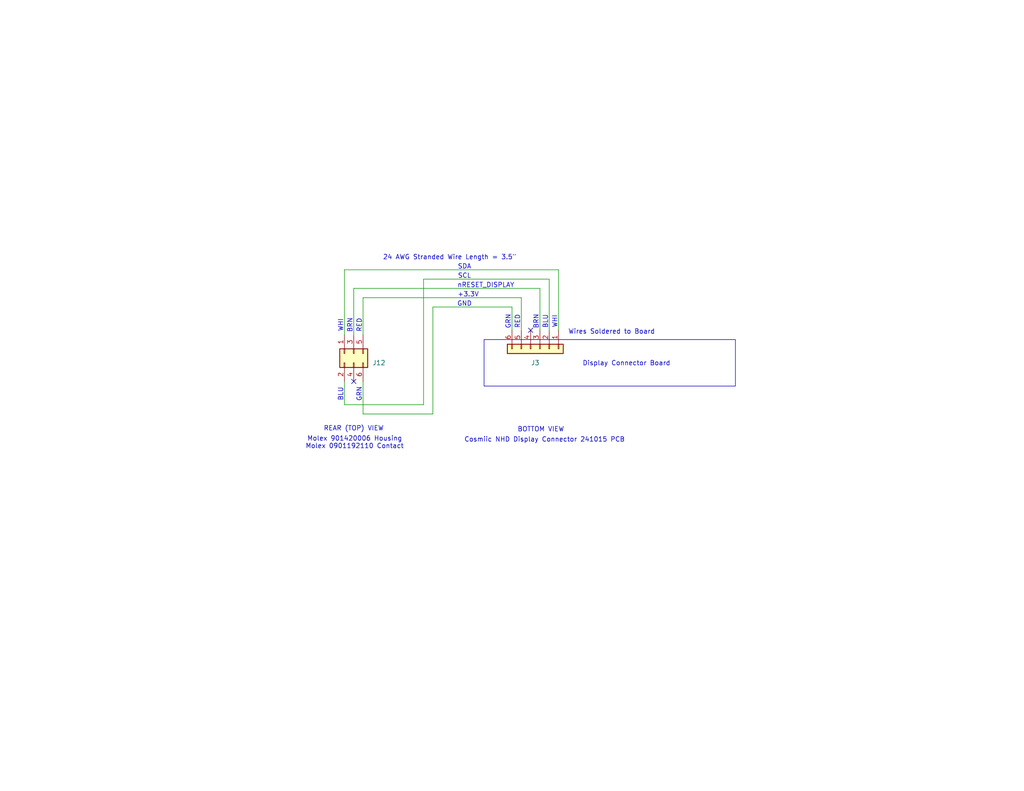
<source format=kicad_sch>
(kicad_sch (version 20231120) (generator "eeschema") (generator_version "8.0")
  (paper "A")
  (title_block (title "Smart Charger - Display Cable") (date "2025-01-15") (rev "A") (company "Cosmiic"))
  (lib_symbols
    (symbol "Connector_Generic:Conn_01x06" (pin_names (offset 1.016) hide)
      (property "Reference" "J" (at 0 7.62 0))
      (property "Value" "Conn_01x06" (at 0 -10.16 0))
      (symbol "Conn_01x06_1_1"
        (rectangle (start -1.27 -7.493) (end 0 -7.747) (stroke (width 0.1524)))
        (rectangle (start -1.27 -4.953) (end 0 -5.207) (stroke (width 0.1524)))
        (rectangle (start -1.27 -2.413) (end 0 -2.667) (stroke (width 0.1524)))
        (rectangle (start -1.27 0.127) (end 0 -0.127) (stroke (width 0.1524)))
        (rectangle (start -1.27 2.667) (end 0 2.413) (stroke (width 0.1524)))
        (rectangle (start -1.27 5.207) (end 0 4.953) (stroke (width 0.1524)))
        (rectangle (start -1.27 6.35) (end 1.27 -8.89) (stroke (width 0.254)) (fill (type background)))
        (pin passive line (at -5.08 5.08 0) (length 3.81) (name "Pin_1") (number "1"))
        (pin passive line (at -5.08 2.54 0) (length 3.81) (name "Pin_2") (number "2"))
        (pin passive line (at -5.08 0 0) (length 3.81) (name "Pin_3") (number "3"))
        (pin passive line (at -5.08 -2.54 0) (length 3.81) (name "Pin_4") (number "4"))
        (pin passive line (at -5.08 -5.08 0) (length 3.81) (name "Pin_5") (number "5"))
        (pin passive line (at -5.08 -7.62 0) (length 3.81) (name "Pin_6") (number "6"))
      )
    )
    (symbol "Connector_Generic:Conn_02x03_Odd_Even" (pin_names (offset 1.016) hide)
      (property "Reference" "J" (at 1.27 5.08 0))
      (property "Value" "Conn_02x03_Odd_Even" (at 1.27 -5.08 0))
      (symbol "Conn_02x03_Odd_Even_1_1"
        (rectangle (start -1.27 -2.413) (end 0 -2.667) (stroke (width 0.1524)))
        (rectangle (start -1.27 0.127) (end 0 -0.127) (stroke (width 0.1524)))
        (rectangle (start -1.27 2.667) (end 0 2.413) (stroke (width 0.1524)))
        (rectangle (start -1.27 3.81) (end 3.81 -3.81) (stroke (width 0.254)) (fill (type background)))
        (rectangle (start 3.81 -2.413) (end 2.54 -2.667) (stroke (width 0.1524)))
        (rectangle (start 3.81 0.127) (end 2.54 -0.127) (stroke (width 0.1524)))
        (rectangle (start 3.81 2.667) (end 2.54 2.413) (stroke (width 0.1524)))
        (pin passive line (at -5.08 2.54 0) (length 3.81) (name "Pin_1") (number "1"))
        (pin passive line (at 7.62 2.54 180) (length 3.81) (name "Pin_2") (number "2"))
        (pin passive line (at -5.08 0 0) (length 3.81) (name "Pin_3") (number "3"))
        (pin passive line (at 7.62 0 180) (length 3.81) (name "Pin_4") (number "4"))
        (pin passive line (at -5.08 -2.54 0) (length 3.81) (name "Pin_5") (number "5"))
        (pin passive line (at 7.62 -2.54 180) (length 3.81) (name "Pin_6") (number "6"))
      )
    )
  )
  (no_connect (at 96.52 104.14))
  (no_connect (at 144.78 90.17))
  (wire (pts (xy 139.7 83.82) (xy 139.7 90.17)))
  (wire (pts (xy 147.32 78.74) (xy 147.32 90.17)))
  (wire (pts (xy 118.11 83.82) (xy 118.11 113.03)))
  (wire (pts (xy 142.24 81.28) (xy 142.24 90.17)))
  (wire (pts (xy 149.86 76.2) (xy 149.86 90.17)))
  (wire (pts (xy 115.57 110.49) (xy 93.98 110.49)))
  (wire (pts (xy 149.86 76.2) (xy 115.57 76.2)))
  (wire (pts (xy 96.52 78.74) (xy 96.52 91.44)))
  (wire (pts (xy 99.06 81.28) (xy 99.06 91.44)))
  (wire (pts (xy 152.4 73.66) (xy 152.4 90.17)))
  (wire (pts (xy 93.98 104.14) (xy 93.98 110.49)))
  (wire (pts (xy 152.4 73.66) (xy 93.98 73.66)))
  (wire (pts (xy 142.24 81.28) (xy 99.06 81.28)))
  (wire (pts (xy 99.06 104.14) (xy 99.06 113.03)))
  (wire (pts (xy 115.57 76.2) (xy 115.57 110.49)))
  (wire (pts (xy 139.7 83.82) (xy 118.11 83.82)))
  (wire (pts (xy 147.32 78.74) (xy 96.52 78.74)))
  (wire (pts (xy 93.98 73.66) (xy 93.98 91.44)))
  (wire (pts (xy 118.11 113.03) (xy 99.06 113.03)))
  (rectangle (start 132.08 92.71) (end 200.66 105.41))
  (text "GRN" (at 138.684 87.884 90) (effects (font (size 1.27 1.27))))
  (text "Display Connector Board" (at 170.942 99.314 0) (effects (font (size 1.27 1.27))))
  (text "Cosmiic NHD Display Connector 241015 PCB" (at 148.59 120.142 0) (effects (font (size 1.27 1.27))))
  (text "BOTTOM VIEW" (at 147.574 117.348 0) (effects (font (size 1.27 1.27))))
  (text "RED" (at 98.044 88.9 90) (effects (font (size 1.27 1.27))))
  (text "WHI" (at 151.384 87.884 90) (effects (font (size 1.27 1.27))))
  (text "SCL" (at 126.746 75.438 0) (effects (font (size 1.27 1.27))))
  (text "BRN" (at 146.304 87.884 90) (effects (font (size 1.27 1.27))))
  (text "SDA" (at 126.746 72.898 0) (effects (font (size 1.27 1.27))))
  (text "+3.3V" (at 127.762 80.518 0) (effects (font (size 1.27 1.27))))
  (text "RED" (at 141.224 87.884 90) (effects (font (size 1.27 1.27))))
  (text "Molex 901420006 Housing\nMolex 0901192110 Contact" (at 96.774 120.904 0) (effects (font (size 1.27 1.27))))
  (text "WHI" (at 92.964 88.9 90) (effects (font (size 1.27 1.27))))
  (text "24 AWG Stranded Wire Length = 3.5\"" (at 122.682 70.358 0) (effects (font (size 1.27 1.27))))
  (text "BLU" (at 92.964 107.696 90) (effects (font (size 1.27 1.27))))
  (text "GND" (at 126.746 83.058 0) (effects (font (size 1.27 1.27))))
  (text "REAR (TOP) VIEW" (at 96.52 117.094 0) (effects (font (size 1.27 1.27))))
  (text "BRN" (at 95.504 88.9 90) (effects (font (size 1.27 1.27))))
  (text "BLU" (at 148.844 87.884 90) (effects (font (size 1.27 1.27))))
  (text "GRN" (at 98.044 107.696 90) (effects (font (size 1.27 1.27))))
  (text "Wires Soldered to Board" (at 166.878 90.678 0) (effects (font (size 1.27 1.27))))
  (text "nRESET_DISPLAY" (at 132.588 77.978 0) (effects (font (size 1.27 1.27))))
  (symbol (lib_id "Connector_Generic:Conn_01x06") (at 147.32 95.25 270) (unit 1)
    (property "Reference" "J3" (at 146.05 99.06 90))
    (property "Value" "Conn_01x06" (effects (hide yes)))
    (property "Description" "Generic connector, single row, 01x06, script generated (kicad-library-utils/schlib/autogen/connector/)" (effects (hide yes)))
  )
  (symbol (lib_id "Connector_Generic:Conn_02x03_Odd_Even") (at 96.52 96.52 90) (mirror x) (unit 1)
    (property "Reference" "J12" (at 101.6 99.0601 90) (effects (justify right)))
    (property "Value" "Conn_02x03_Odd_Even" (effects (hide yes)))
    (property "Description" "Generic connector, double row, 02x03, odd/even pin numbering scheme (row 1 odd numbers, row 2 even numbers), script generated (kicad-library-utils/schlib/autogen/connector/)" (effects (hide yes)))
  )
)
</source>
